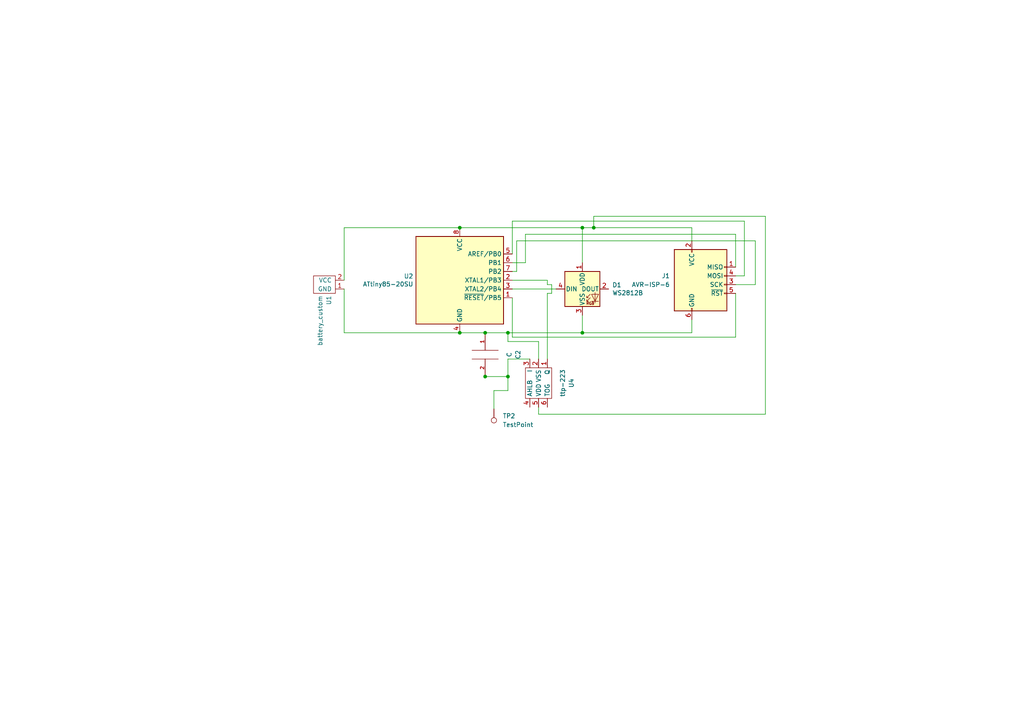
<source format=kicad_sch>
(kicad_sch (version 20230121) (generator eeschema)
  (paper "A4")
  (lib_symbols
    (symbol "Connector:AVR-ISP-6" (pin_names (offset 1.016))
      (property "Reference" "J" (at -6.35 11.43 0))
      (property "Value" "AVR-ISP-6" (at 0 11.43 0))
      (symbol "AVR-ISP-6_0_1"
        (rectangle (start -2.667 -6.858) (end -2.413 -7.62))
        (rectangle (start -2.667 10.16) (end -2.413 9.398))
        (rectangle (start 7.62 -2.413) (end 6.858 -2.667))
        (rectangle (start 7.62 0.127) (end 6.858 -0.127))
        (rectangle (start 7.62 2.667) (end 6.858 2.413))
        (rectangle (start 7.62 5.207) (end 6.858 4.953))
        (rectangle (start 7.62 10.16) (end -7.62 -7.62) (stroke (width 0.254)) (fill (type background)))
      )
      (symbol "AVR-ISP-6_1_1"
        (pin passive line (at 10.16 5.08 180) (length 2.54) (name "MISO") (number "1"))
        (pin passive line (at -2.54 12.7 270) (length 2.54) (name "VCC") (number "2"))
        (pin passive line (at 10.16 0 180) (length 2.54) (name "SCK") (number "3"))
        (pin passive line (at 10.16 2.54 180) (length 2.54) (name "MOSI") (number "4"))
        (pin passive line (at 10.16 -2.54 180) (length 2.54) (name "~{RST}") (number "5"))
        (pin passive line (at -2.54 -10.16 90) (length 2.54) (name "GND") (number "6"))
      )
    )
    (symbol "Connector:TestPoint" (pin_numbers hide) (pin_names (offset 0.762) hide)
      (property "Reference" "TP" (at 0 6.858 0))
      (property "Value" "TestPoint" (at 0 5.08 0))
      (symbol "TestPoint_0_1"
        (circle (center 0 3.302) (radius 0.762))
      )
      (symbol "TestPoint_1_1"
        (pin passive line (at 0 0 90) (length 2.54) (name "1") (number "1"))
      )
    )
    (symbol "LED:WS2812B" (pin_names (offset 0.254))
      (property "Reference" "D" (at 5.08 5.715 0))
      (property "Value" "WS2812B" (at 1.27 -5.715 0))
      (symbol "WS2812B_0_0"
        (text "RGB" (at 2.286 -4.191 0) (effects (font (size 0.762 0.762))))
      )
      (symbol "WS2812B_0_1"
        (polyline (pts (xy 1.27 -3.556) (xy 1.778 -3.556)))
        (polyline (pts (xy 1.27 -2.54) (xy 1.778 -2.54)))
        (polyline (pts (xy 4.699 -3.556) (xy 2.667 -3.556)))
        (polyline (pts (xy 2.286 -2.54) (xy 1.27 -3.556) (xy 1.27 -3.048)))
        (polyline (pts (xy 2.286 -1.524) (xy 1.27 -2.54) (xy 1.27 -2.032)))
        (polyline (pts (xy 3.683 -1.016) (xy 3.683 -3.556) (xy 3.683 -4.064)))
        (polyline (pts (xy 4.699 -1.524) (xy 2.667 -1.524) (xy 3.683 -3.556) (xy 4.699 -1.524)))
        (rectangle (start 5.08 5.08) (end -5.08 -5.08) (stroke (width 0.254)) (fill (type background)))
      )
      (symbol "WS2812B_1_1"
        (pin power_in line (at 0 7.62 270) (length 2.54) (name "VDD") (number "1"))
        (pin output line (at 7.62 0 180) (length 2.54) (name "DOUT") (number "2"))
        (pin power_in line (at 0 -7.62 90) (length 2.54) (name "VSS") (number "3"))
        (pin input line (at -7.62 0 0) (length 2.54) (name "DIN") (number "4"))
      )
    )
    (symbol "attiny_ws2812_strip-rescue:ATtiny85-20SU-MCU_Microchip_ATtiny"
      (property "Reference" "U" (at -12.7 13.97 0))
      (property "Value" "ATtiny85-20SU-MCU_Microchip_ATtiny" (at 2.54 -13.97 0))
      (symbol "ATtiny85-20SU-MCU_Microchip_ATtiny_0_1"
        (rectangle (start -12.7 -12.7) (end 12.7 12.7) (stroke (width 0.254)) (fill (type background)))
      )
      (symbol "ATtiny85-20SU-MCU_Microchip_ATtiny_1_1"
        (pin tri_state line (at 15.24 -5.08 180) (length 2.54) (name "~{RESET}/PB5") (number "1"))
        (pin tri_state line (at 15.24 0 180) (length 2.54) (name "XTAL1/PB3") (number "2"))
        (pin tri_state line (at 15.24 -2.54 180) (length 2.54) (name "XTAL2/PB4") (number "3"))
        (pin power_in line (at 0 -15.24 90) (length 2.54) (name "GND") (number "4"))
        (pin tri_state line (at 15.24 7.62 180) (length 2.54) (name "AREF/PB0") (number "5"))
        (pin tri_state line (at 15.24 5.08 180) (length 2.54) (name "PB1") (number "6"))
        (pin tri_state line (at 15.24 2.54 180) (length 2.54) (name "PB2") (number "7"))
        (pin power_in line (at 0 15.24 270) (length 2.54) (name "VCC") (number "8"))
      )
    )
    (symbol "battery_custom:battery_custom" (pin_names (offset 1.016))
      (property "Reference" "U" (at 3.81 3.81 90))
      (property "Value" "battery_custom" (at -5.08 3.81 90))
      (symbol "battery_custom_0_1"
        (rectangle (start -2.54 0) (end 2.54 6.35))
      )
      (symbol "battery_custom_1_1"
        (pin input line (at -1.27 -2.54 90) (length 2.54) (name "GND") (number "1"))
        (pin input line (at 1.27 -2.54 90) (length 2.54) (name "VCC") (number "2"))
      )
    )
    (symbol "pspice:C" (pin_names (offset 0.254))
      (property "Reference" "C" (at 2.54 3.81 90))
      (property "Value" "C" (at 2.54 -3.81 90))
      (symbol "C_0_1"
        (polyline (pts (xy -3.81 -1.27) (xy 3.81 -1.27)))
        (polyline (pts (xy -3.81 1.27) (xy 3.81 1.27)))
      )
      (symbol "C_1_1"
        (pin passive line (at 0 6.35 270) (length 5.08) (name "~") (number "1"))
        (pin passive line (at 0 -6.35 90) (length 5.08) (name "~") (number "2"))
      )
    )
    (symbol "ttp223:ttp-223"
      (property "Reference" "U" (at 0 -7.62 0))
      (property "Value" "ttp-223" (at 0 -5.08 0))
      (symbol "ttp-223_0_1"
        (rectangle (start -5.08 3.81) (end 3.81 -3.81))
      )
      (symbol "ttp-223_1_1"
        (pin input line (at -7.62 2.54 0) (length 2.54) (name "Q") (number "1"))
        (pin input line (at -7.62 0 0) (length 2.54) (name "VSS") (number "2"))
        (pin input line (at -7.62 -2.54 0) (length 2.54) (name "I") (number "3"))
        (pin output line (at 6.35 -2.54 180) (length 2.54) (name "AHLB") (number "4"))
        (pin input line (at 6.35 0 180) (length 2.54) (name "VDD") (number "5"))
        (pin output line (at 6.35 2.54 180) (length 2.54) (name "TOG") (number "6"))
      )
    )
  )
  (junction (at 147.32 96.52))
  (junction (at 133.35 96.52))
  (junction (at 140.716 109.22))
  (junction (at 147.32 109.22))
  (junction (at 168.91 96.52))
  (junction (at 133.35 66.04))
  (junction (at 140.716 96.52))
  (junction (at 172.212 66.04))
  (junction (at 168.91 66.04))
  (wire (pts (xy 148.59 97.79) (xy 213.36 97.79)))
  (wire (pts (xy 213.36 85.09) (xy 213.36 97.79)))
  (wire (pts (xy 172.212 66.04) (xy 200.66 66.04)))
  (wire (pts (xy 168.91 91.44) (xy 168.91 96.52)))
  (wire (pts (xy 147.32 109.22) (xy 147.32 113.284)))
  (wire (pts (xy 200.66 66.04) (xy 200.66 69.85)))
  (wire (pts (xy 168.91 66.04) (xy 168.91 76.2)))
  (wire (pts (xy 168.91 66.04) (xy 172.212 66.04)))
  (wire (pts (xy 140.716 96.52) (xy 147.32 96.52)))
  (wire (pts (xy 147.32 104.14) (xy 147.32 109.22)))
  (wire (pts (xy 148.59 83.82) (xy 161.29 83.82)))
  (wire (pts (xy 156.21 99.06) (xy 156.21 104.14)))
  (wire (pts (xy 158.75 81.28) (xy 158.75 82.55)))
  (wire (pts (xy 133.35 96.52) (xy 140.716 96.52)))
  (wire (pts (xy 99.822 96.52) (xy 133.35 96.52)))
  (wire (pts (xy 148.59 78.74) (xy 149.86 78.74)))
  (wire (pts (xy 213.36 77.47) (xy 213.36 67.945)))
  (wire (pts (xy 152.4 76.2) (xy 148.59 76.2)))
  (wire (pts (xy 140.462 109.22) (xy 140.716 109.22)))
  (wire (pts (xy 168.91 96.52) (xy 200.66 96.52)))
  (wire (pts (xy 99.822 83.82) (xy 99.822 96.52)))
  (wire (pts (xy 99.822 66.04) (xy 133.35 66.04)))
  (wire (pts (xy 213.36 82.55) (xy 219.075 82.55)))
  (wire (pts (xy 158.75 82.55) (xy 160.02 82.55)))
  (wire (pts (xy 215.9 64.135) (xy 148.59 64.135)))
  (wire (pts (xy 133.35 66.04) (xy 168.91 66.04)))
  (wire (pts (xy 147.32 104.14) (xy 153.67 104.14)))
  (wire (pts (xy 156.21 118.11) (xy 156.21 120.142)))
  (wire (pts (xy 148.59 97.79) (xy 148.59 86.36)))
  (wire (pts (xy 156.21 120.142) (xy 221.996 120.142)))
  (wire (pts (xy 213.36 80.01) (xy 215.9 80.01)))
  (wire (pts (xy 143.256 113.284) (xy 143.256 118.618)))
  (wire (pts (xy 149.86 69.85) (xy 149.86 78.74)))
  (wire (pts (xy 200.66 96.52) (xy 200.66 92.71)))
  (wire (pts (xy 148.59 64.135) (xy 148.59 73.66)))
  (wire (pts (xy 172.212 62.738) (xy 172.212 66.04)))
  (wire (pts (xy 221.996 62.738) (xy 172.212 62.738)))
  (wire (pts (xy 148.59 81.28) (xy 158.75 81.28)))
  (wire (pts (xy 158.75 85.09) (xy 158.75 104.14)))
  (wire (pts (xy 215.9 80.01) (xy 215.9 64.135)))
  (wire (pts (xy 213.36 67.945) (xy 152.4 67.945)))
  (wire (pts (xy 221.996 120.142) (xy 221.996 62.738)))
  (wire (pts (xy 160.02 82.55) (xy 160.02 85.09)))
  (wire (pts (xy 140.716 109.22) (xy 147.32 109.22)))
  (wire (pts (xy 147.32 99.06) (xy 147.32 96.52)))
  (wire (pts (xy 147.32 113.284) (xy 143.256 113.284)))
  (wire (pts (xy 99.822 66.04) (xy 99.822 81.28)))
  (wire (pts (xy 158.75 85.09) (xy 160.02 85.09)))
  (wire (pts (xy 149.86 69.85) (xy 219.075 69.85)))
  (wire (pts (xy 219.075 82.55) (xy 219.075 69.85)))
  (wire (pts (xy 152.4 67.945) (xy 152.4 76.2)))
  (wire (pts (xy 147.32 96.52) (xy 168.91 96.52)))
  (wire (pts (xy 156.21 99.06) (xy 147.32 99.06)))
  (symbol (lib_id "LED:WS2812B") (at 168.91 83.82 0) (unit 1)
    (property "Reference" "D1" (at 177.5714 82.6516 0) (effects (justify left)))
    (property "Value" "WS2812B" (at 177.5714 84.963 0) (effects (justify left)))
    (property "Footprint" "LED_custom:ws2812_header_custom_strip_oval" (effects hide))
    (property "Datasheet" "https://cdn-shop.adafruit.com/datasheets/WS2812B.pdf" (effects hide))
  )
  (symbol (lib_id "attiny_ws2812_strip-rescue:ATtiny85-20SU-MCU_Microchip_ATtiny") (at 133.35 81.28 0) (unit 1)
    (property "Reference" "U2" (at 119.888 80.1116 0) (effects (justify right)))
    (property "Value" "ATtiny85-20SU" (at 119.888 82.423 0) (effects (justify right)))
    (property "Footprint" "arduino:attiny85_arduino" (effects hide))
    (property "Datasheet" "http://ww1.microchip.com/downloads/en/DeviceDoc/atmel-2586-avr-8-bit-microcontroller-attiny25-attiny45-attiny85_datasheet.pdf" (effects hide))
  )
  (symbol (lib_id "battery_custom:battery_custom") (at 97.282 82.55 90) (unit 1)
    (property "Reference" "U1" (at 95.3771 85.725 0) (effects (justify right)))
    (property "Value" "battery_custom" (at 92.8371 85.725 0) (effects (justify right)))
    (property "Footprint" "battery_connector_custom:vcc_gnd_2pin_custom_thin" (effects hide))
  )
  (symbol (lib_id "Connector:TestPoint") (at 143.256 118.618 180) (unit 1)
    (property "Reference" "TP2" (at 145.796 120.65 0) (effects (justify right)))
    (property "Value" "TestPoint" (at 145.796 123.19 0) (effects (justify right)))
    (property "Footprint" "custom_connectors:1mm_test_point" (effects hide))
  )
  (symbol (lib_id "pspice:C") (at 140.716 102.87 0) (unit 1)
    (property "Reference" "C2" (at 150.241 102.87 90))
    (property "Value" "C" (at 147.701 102.87 90))
    (property "Footprint" "Capacitor_SMD:C_0603_1608Metric_Pad1.08x0.95mm_HandSolder" (effects hide))
  )
  (symbol (lib_id "ttp223:ttp-223") (at 156.21 111.76 270) (unit 1)
    (property "Reference" "U4" (at 165.735 111.125 0))
    (property "Value" "ttp-223" (at 163.195 111.125 0))
    (property "Footprint" "Package_TO_SOT_SMD:SOT-23-6_Handsoldering" (effects hide))
  )
  (symbol (lib_id "Connector:AVR-ISP-6") (at 203.2 82.55 0) (unit 1)
    (property "Reference" "J1" (at 194.31 80.0099 0) (effects (justify right)))
    (property "Value" "AVR-ISP-6" (at 194.31 82.5499 0) (effects (justify right)))
    (property "Footprint" "ISP_6pin_small_custom:ISP_6pin_small_custom" (effects hide))
    (property "Datasheet" " ~" (effects hide))
  )
)
</source>
